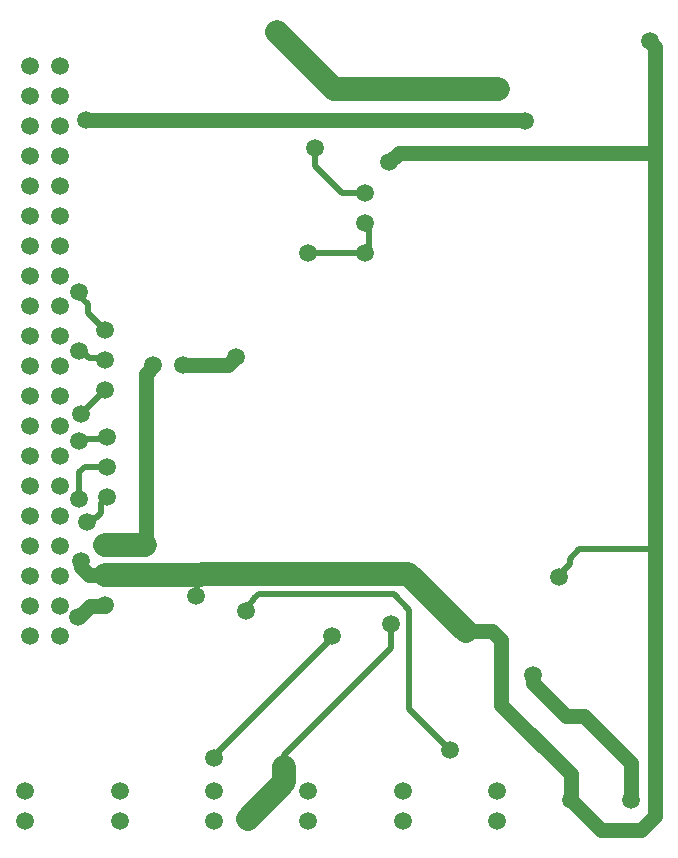
<source format=gbl>
G04*
G04 #@! TF.GenerationSoftware,Altium Limited,Altium Designer,24.8.2 (39)*
G04*
G04 Layer_Physical_Order=2*
G04 Layer_Color=16711680*
%FSLAX25Y25*%
%MOIN*%
G70*
G04*
G04 #@! TF.SameCoordinates,02F50CB3-6734-476E-9E77-A5ECF95833D4*
G04*
G04*
G04 #@! TF.FilePolarity,Positive*
G04*
G01*
G75*
%ADD31C,0.05118*%
%ADD32C,0.01968*%
%ADD34C,0.07874*%
%ADD38C,0.05906*%
D31*
X26529Y95170D02*
Y97192D01*
X26378Y97342D02*
X26529Y97192D01*
Y95170D02*
X29179Y92520D01*
X174196Y243898D02*
X174409D01*
X173704Y244390D02*
X174196Y243898D01*
X28346Y244390D02*
X173704D01*
X216142Y270259D02*
Y270472D01*
Y270259D02*
X217717Y268685D01*
Y101181D02*
Y233465D01*
Y268685D01*
Y12152D02*
Y101181D01*
X213242Y7677D02*
X217717Y12152D01*
X199843Y7677D02*
X213242D01*
X189803Y17717D02*
Y26240D01*
Y17717D02*
X199843Y7677D01*
X166634Y49409D02*
Y71116D01*
X163636Y74114D02*
X166634Y71116D01*
Y49409D02*
X189803Y26240D01*
X132497Y233465D02*
X217717D01*
X129347Y230315D02*
X132497Y233465D01*
X129134Y230315D02*
X129347D01*
X155610Y74114D02*
X163636D01*
X154724Y73228D02*
X155610Y74114D01*
X29179Y92520D02*
X34646D01*
X60512Y162598D02*
X75394D01*
X78150Y165354D01*
X48037Y159804D02*
X50512Y162279D01*
Y162598D01*
X48037Y102559D02*
Y159804D01*
X48018Y102539D02*
X48037Y102559D01*
X34646Y102520D02*
X34665Y102539D01*
X25689Y78740D02*
X25902D01*
X34508Y82382D02*
X34646Y82520D01*
X29544Y82382D02*
X34508D01*
X25902Y78740D02*
X29544Y82382D01*
X177362Y56693D02*
Y59252D01*
X177165Y59449D02*
X177362Y59252D01*
Y56693D02*
X188287Y45768D01*
X194095D01*
X209803Y30059D01*
Y17717D02*
Y30059D01*
D32*
X26575Y146457D02*
X34449Y154331D01*
X26378Y146457D02*
X26575D01*
X34449Y154331D02*
X34646D01*
X26535Y137953D02*
X34488D01*
X35039Y138504D01*
X25984Y137402D02*
X26535Y137953D01*
X33892Y165084D02*
X34646Y164331D01*
X26951Y167421D02*
X29288Y165084D01*
X33892D01*
X25886Y167421D02*
X26951D01*
X28939Y180038D02*
Y182825D01*
Y180038D02*
X34646Y174331D01*
X135827Y48130D02*
X149606Y34350D01*
X130709Y86221D02*
X135827Y81102D01*
Y48130D02*
Y81102D01*
X129921Y68307D02*
Y76378D01*
X94291Y32677D02*
X129921Y68307D01*
X94291Y28543D02*
Y32677D01*
X110270Y71690D02*
Y72382D01*
X70866Y31594D02*
Y32286D01*
X110270Y71690D01*
X85728Y86221D02*
X130709D01*
X84336Y84500D02*
Y84829D01*
X81553Y80651D02*
Y81717D01*
X84336Y84829D02*
X85728Y86221D01*
X81553Y81717D02*
X84336Y84500D01*
X64904Y85475D02*
X65222Y85793D01*
X25823Y126807D02*
X27756Y128740D01*
X25823Y117929D02*
Y126807D01*
X25993Y185770D02*
X28939Y182825D01*
X25993Y185770D02*
Y186836D01*
X192590Y101181D02*
X217717D01*
X189536Y98127D02*
X192590Y101181D01*
X189536Y96375D02*
Y98127D01*
X185728Y92567D02*
X189536Y96375D01*
X185728Y91831D02*
Y92567D01*
X65222Y89072D02*
X66142Y89992D01*
Y92520D01*
X65222Y85793D02*
Y89072D01*
X102175Y200089D02*
X122431D01*
X102165Y200098D02*
X102175Y200089D01*
X122431D02*
X122441Y200079D01*
X29609Y110335D02*
X30888Y111614D01*
X28543Y110335D02*
X29609D01*
X30888Y111614D02*
X31594D01*
X33327Y113347D01*
Y116791D02*
X35039Y118504D01*
X33327Y113347D02*
Y116791D01*
X34803Y128740D02*
X35039Y128504D01*
X27756Y128740D02*
X34803D01*
X122441Y200079D02*
Y210079D01*
X104626Y229035D02*
Y234941D01*
Y229035D02*
X113583Y220079D01*
X122441D01*
D34*
X82185Y11417D02*
X94291Y23524D01*
Y28543D01*
X135630Y93110D02*
X154724Y74016D01*
X66142Y92520D02*
X66732Y93110D01*
X135630D01*
X34646Y92520D02*
X66142D01*
X34665Y102539D02*
X48018D01*
X110827Y254528D02*
X165453D01*
X91732Y273622D02*
X110827Y254528D01*
D38*
X121063Y199980D02*
D03*
Y209980D02*
D03*
Y219980D02*
D03*
X209803Y17717D02*
D03*
X189803D02*
D03*
X19370Y72441D02*
D03*
Y82441D02*
D03*
Y102441D02*
D03*
Y112441D02*
D03*
Y122441D02*
D03*
Y132441D02*
D03*
Y142441D02*
D03*
Y152441D02*
D03*
Y162441D02*
D03*
Y172441D02*
D03*
Y182441D02*
D03*
Y192441D02*
D03*
Y202441D02*
D03*
Y212441D02*
D03*
Y222441D02*
D03*
Y232441D02*
D03*
Y242441D02*
D03*
Y252441D02*
D03*
Y262441D02*
D03*
X9370Y72441D02*
D03*
Y82441D02*
D03*
Y92441D02*
D03*
Y102441D02*
D03*
Y112441D02*
D03*
Y122441D02*
D03*
Y132441D02*
D03*
Y142441D02*
D03*
Y152441D02*
D03*
Y162441D02*
D03*
Y172441D02*
D03*
Y182441D02*
D03*
Y192441D02*
D03*
Y202441D02*
D03*
Y212441D02*
D03*
Y222441D02*
D03*
Y232441D02*
D03*
Y242441D02*
D03*
Y252441D02*
D03*
Y262441D02*
D03*
X19370Y92441D02*
D03*
X34646Y102520D02*
D03*
Y82520D02*
D03*
Y92520D02*
D03*
X50512Y162598D02*
D03*
X60512D02*
D03*
X7874Y20748D02*
D03*
Y10748D02*
D03*
X39370Y20748D02*
D03*
Y10748D02*
D03*
X70866Y20748D02*
D03*
Y10748D02*
D03*
X102362Y20748D02*
D03*
Y10748D02*
D03*
X133858Y20748D02*
D03*
Y10748D02*
D03*
X165354Y20748D02*
D03*
Y10748D02*
D03*
X35039Y118504D02*
D03*
Y128504D02*
D03*
Y138504D02*
D03*
X34646Y154331D02*
D03*
Y164331D02*
D03*
Y174331D02*
D03*
X26378Y146457D02*
D03*
X25984Y137402D02*
D03*
X25886Y167421D02*
D03*
X129921Y76378D02*
D03*
X82185Y11417D02*
D03*
X94291Y28543D02*
D03*
X110270Y72382D02*
D03*
X81553Y80651D02*
D03*
X64904Y85475D02*
D03*
X26378Y97342D02*
D03*
X25823Y117929D02*
D03*
X25993Y186836D02*
D03*
X28346Y244390D02*
D03*
X216142Y270472D02*
D03*
X185728Y91831D02*
D03*
X129134Y230315D02*
D03*
X154724Y73228D02*
D03*
X78150Y165354D02*
D03*
X70866Y31594D02*
D03*
X48037Y102559D02*
D03*
X25689Y78740D02*
D03*
X28543Y110335D02*
D03*
X102165Y200098D02*
D03*
X104626Y234941D02*
D03*
X149606Y34350D02*
D03*
X177165Y59449D02*
D03*
X165453Y254528D02*
D03*
X174409Y243898D02*
D03*
X92028Y274213D02*
D03*
M02*

</source>
